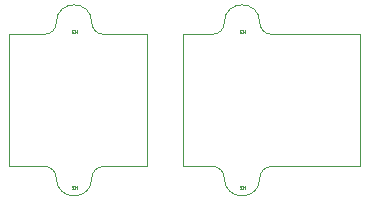
<source format=gbr>
G04 #@! TF.GenerationSoftware,KiCad,Pcbnew,(5.1.12)-1*
G04 #@! TF.CreationDate,2024-03-07T16:38:44+08:00*
G04 #@! TF.ProjectId,CM2_MesoScope,434d325f-4d65-4736-9f53-636f70652e6b,rev?*
G04 #@! TF.SameCoordinates,Original*
G04 #@! TF.FileFunction,Other,ECO1*
%FSLAX46Y46*%
G04 Gerber Fmt 4.6, Leading zero omitted, Abs format (unit mm)*
G04 Created by KiCad (PCBNEW (5.1.12)-1) date 2024-03-07 16:38:44*
%MOMM*%
%LPD*%
G01*
G04 APERTURE LIST*
%ADD10C,0.050000*%
G04 APERTURE END LIST*
D10*
X119670000Y-118680000D02*
X127164000Y-118682260D01*
X112178000Y-118680000D02*
X114670000Y-118680000D01*
X118670000Y-119680000D02*
G75*
G02*
X115670000Y-119680000I-1500000J0D01*
G01*
X118670000Y-119680000D02*
G75*
G02*
X119670000Y-118680000I1000000J0D01*
G01*
X114670000Y-118680000D02*
G75*
G02*
X115670000Y-119680000I0J-1000000D01*
G01*
X112178000Y-107504000D02*
X114670000Y-107504000D01*
X119664920Y-107504000D02*
X127164000Y-107504000D01*
X119670000Y-107504000D02*
G75*
G02*
X118670000Y-106504000I0J1000000D01*
G01*
X115670000Y-106504000D02*
G75*
G02*
X114670000Y-107504000I-1000000J0D01*
G01*
X115670000Y-106504000D02*
G75*
G02*
X118670000Y-106504000I1500000J0D01*
G01*
X104446000Y-119680000D02*
G75*
G02*
X101446000Y-119680000I-1500000J0D01*
G01*
X104446000Y-119680000D02*
G75*
G02*
X105446000Y-118680000I1000000J0D01*
G01*
X100446000Y-118680000D02*
G75*
G02*
X101446000Y-119680000I0J-1000000D01*
G01*
X105446000Y-118680000D02*
X109130000Y-118682260D01*
X97446000Y-118680000D02*
X100446000Y-118680000D01*
X101446000Y-106504000D02*
G75*
G02*
X104446000Y-106504000I1500000J0D01*
G01*
X97446000Y-107504000D02*
X100446000Y-107504000D01*
X101446000Y-106504000D02*
G75*
G02*
X100446000Y-107504000I-1000000J0D01*
G01*
X105440920Y-107504000D02*
X109130000Y-107504000D01*
X105446000Y-107504000D02*
G75*
G02*
X104446000Y-106504000I0J1000000D01*
G01*
X127164000Y-107504000D02*
X127164000Y-118680000D01*
X112178000Y-118680000D02*
X112178000Y-107504000D01*
X97446000Y-118680000D02*
X97446000Y-107504000D01*
X109130000Y-107504000D02*
X109130000Y-118680000D01*
X103186260Y-107145279D02*
X103186260Y-107395279D01*
X103186260Y-107276232D02*
X103043403Y-107276232D01*
X103043403Y-107145279D02*
X103043403Y-107395279D01*
X102948164Y-107395279D02*
X102793403Y-107395279D01*
X102876736Y-107300041D01*
X102841022Y-107300041D01*
X102817212Y-107288136D01*
X102805307Y-107276232D01*
X102793403Y-107252422D01*
X102793403Y-107192898D01*
X102805307Y-107169089D01*
X102817212Y-107157184D01*
X102841022Y-107145279D01*
X102912450Y-107145279D01*
X102936260Y-107157184D01*
X102948164Y-107169089D01*
X103188800Y-120323539D02*
X103188800Y-120573539D01*
X103188800Y-120454492D02*
X103045943Y-120454492D01*
X103045943Y-120323539D02*
X103045943Y-120573539D01*
X102950704Y-120573539D02*
X102795943Y-120573539D01*
X102879276Y-120478301D01*
X102843562Y-120478301D01*
X102819752Y-120466396D01*
X102807847Y-120454492D01*
X102795943Y-120430682D01*
X102795943Y-120371158D01*
X102807847Y-120347349D01*
X102819752Y-120335444D01*
X102843562Y-120323539D01*
X102914990Y-120323539D01*
X102938800Y-120335444D01*
X102950704Y-120347349D01*
X117410260Y-107145279D02*
X117410260Y-107395279D01*
X117410260Y-107276232D02*
X117267403Y-107276232D01*
X117267403Y-107145279D02*
X117267403Y-107395279D01*
X117172164Y-107395279D02*
X117017403Y-107395279D01*
X117100736Y-107300041D01*
X117065022Y-107300041D01*
X117041212Y-107288136D01*
X117029307Y-107276232D01*
X117017403Y-107252422D01*
X117017403Y-107192898D01*
X117029307Y-107169089D01*
X117041212Y-107157184D01*
X117065022Y-107145279D01*
X117136450Y-107145279D01*
X117160260Y-107157184D01*
X117172164Y-107169089D01*
X117412800Y-120323539D02*
X117412800Y-120573539D01*
X117412800Y-120454492D02*
X117269943Y-120454492D01*
X117269943Y-120323539D02*
X117269943Y-120573539D01*
X117174704Y-120573539D02*
X117019943Y-120573539D01*
X117103276Y-120478301D01*
X117067562Y-120478301D01*
X117043752Y-120466396D01*
X117031847Y-120454492D01*
X117019943Y-120430682D01*
X117019943Y-120371158D01*
X117031847Y-120347349D01*
X117043752Y-120335444D01*
X117067562Y-120323539D01*
X117138990Y-120323539D01*
X117162800Y-120335444D01*
X117174704Y-120347349D01*
M02*

</source>
